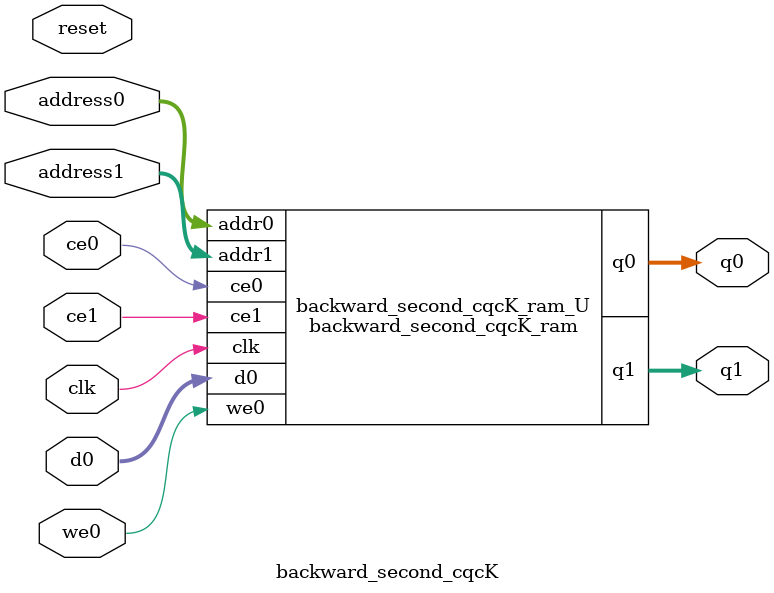
<source format=v>
`timescale 1 ns / 1 ps
module backward_second_cqcK_ram (addr0, ce0, d0, we0, q0, addr1, ce1, q1,  clk);

parameter DWIDTH = 32;
parameter AWIDTH = 10;
parameter MEM_SIZE = 676;

input[AWIDTH-1:0] addr0;
input ce0;
input[DWIDTH-1:0] d0;
input we0;
output reg[DWIDTH-1:0] q0;
input[AWIDTH-1:0] addr1;
input ce1;
output reg[DWIDTH-1:0] q1;
input clk;

(* ram_style = "block" *)reg [DWIDTH-1:0] ram[0:MEM_SIZE-1];




always @(posedge clk)  
begin 
    if (ce0) 
    begin
        if (we0) 
        begin 
            ram[addr0] <= d0; 
        end 
        q0 <= ram[addr0];
    end
end


always @(posedge clk)  
begin 
    if (ce1) 
    begin
        q1 <= ram[addr1];
    end
end


endmodule

`timescale 1 ns / 1 ps
module backward_second_cqcK(
    reset,
    clk,
    address0,
    ce0,
    we0,
    d0,
    q0,
    address1,
    ce1,
    q1);

parameter DataWidth = 32'd32;
parameter AddressRange = 32'd676;
parameter AddressWidth = 32'd10;
input reset;
input clk;
input[AddressWidth - 1:0] address0;
input ce0;
input we0;
input[DataWidth - 1:0] d0;
output[DataWidth - 1:0] q0;
input[AddressWidth - 1:0] address1;
input ce1;
output[DataWidth - 1:0] q1;



backward_second_cqcK_ram backward_second_cqcK_ram_U(
    .clk( clk ),
    .addr0( address0 ),
    .ce0( ce0 ),
    .we0( we0 ),
    .d0( d0 ),
    .q0( q0 ),
    .addr1( address1 ),
    .ce1( ce1 ),
    .q1( q1 ));

endmodule


</source>
